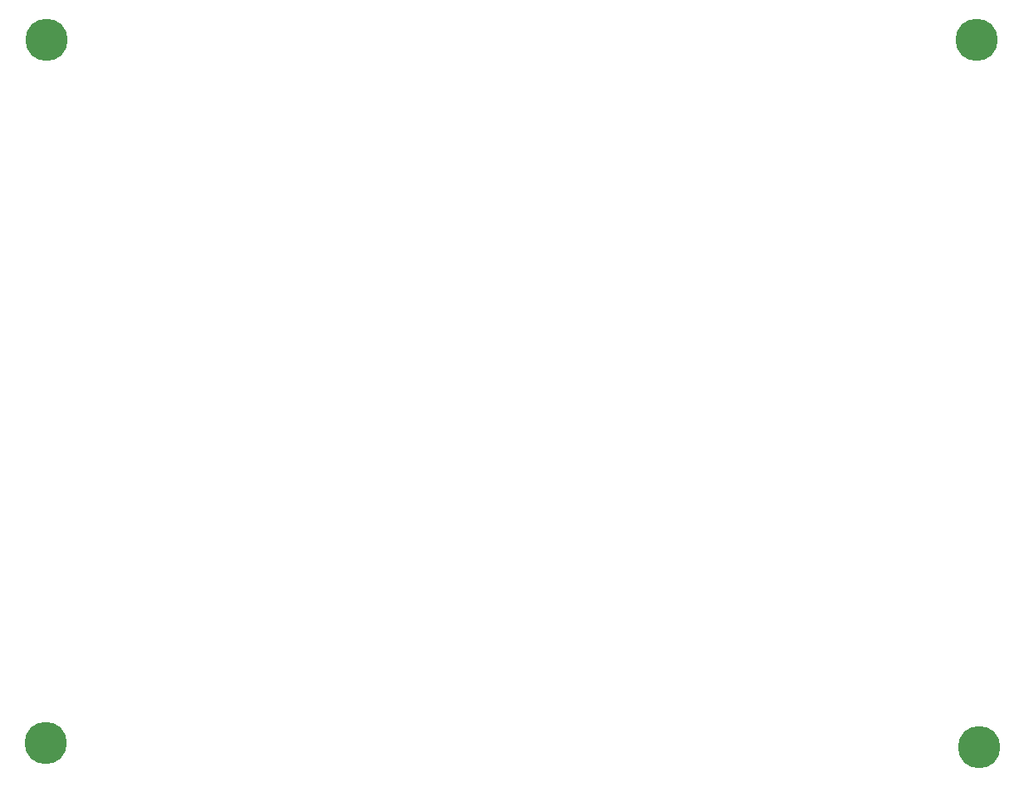
<source format=gbr>
%TF.GenerationSoftware,KiCad,Pcbnew,9.0.4*%
%TF.CreationDate,2025-11-20T23:00:25-05:00*%
%TF.ProjectId,Hand_System_Rev_1,48616e64-5f53-4797-9374-656d5f526576,rev?*%
%TF.SameCoordinates,Original*%
%TF.FileFunction,NonPlated,1,2,NPTH,Drill*%
%TF.FilePolarity,Positive*%
%FSLAX46Y46*%
G04 Gerber Fmt 4.6, Leading zero omitted, Abs format (unit mm)*
G04 Created by KiCad (PCBNEW 9.0.4) date 2025-11-20 23:00:25*
%MOMM*%
%LPD*%
G01*
G04 APERTURE LIST*
%TA.AperFunction,ComponentDrill*%
%ADD10C,4.300000*%
%TD*%
G04 APERTURE END LIST*
D10*
%TO.C,H3*%
X101680000Y-127590000D03*
%TO.C,H2*%
X101745732Y-55879828D03*
%TO.C,H1*%
X196500000Y-55850000D03*
%TO.C,H4*%
X196750000Y-128000000D03*
M02*

</source>
